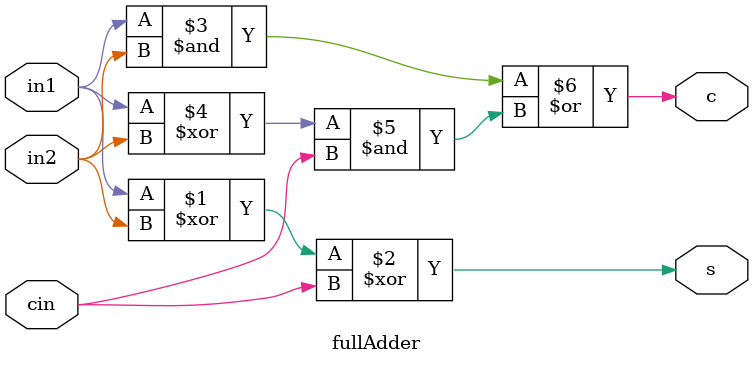
<source format=v>
`timescale 1ns / 1ps


module fullAdder(in1,in2,cin,s,c);
input in1,in2,cin;
output s,c;

assign s = (in1^in2)^cin;
assign c = (in1&in2) | ((in1^in2) & cin);
endmodule

</source>
